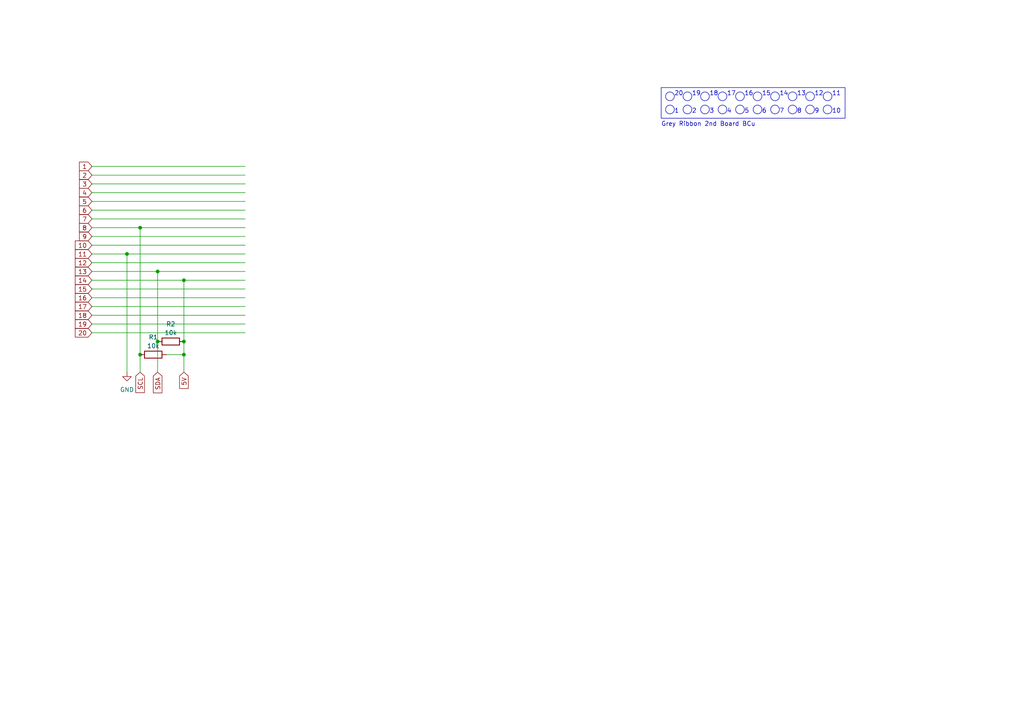
<source format=kicad_sch>
(kicad_sch (version 20230121) (generator eeschema)

  (uuid 8734d66e-edbc-445a-96ec-df272cd91305)

  (paper "A4")

  (lib_symbols
    (symbol "Device:R" (pin_numbers hide) (pin_names (offset 0)) (in_bom yes) (on_board yes)
      (property "Reference" "R" (at 2.032 0 90)
        (effects (font (size 1.27 1.27)))
      )
      (property "Value" "R" (at 0 0 90)
        (effects (font (size 1.27 1.27)))
      )
      (property "Footprint" "" (at -1.778 0 90)
        (effects (font (size 1.27 1.27)) hide)
      )
      (property "Datasheet" "~" (at 0 0 0)
        (effects (font (size 1.27 1.27)) hide)
      )
      (property "ki_keywords" "R res resistor" (at 0 0 0)
        (effects (font (size 1.27 1.27)) hide)
      )
      (property "ki_description" "Resistor" (at 0 0 0)
        (effects (font (size 1.27 1.27)) hide)
      )
      (property "ki_fp_filters" "R_*" (at 0 0 0)
        (effects (font (size 1.27 1.27)) hide)
      )
      (symbol "R_0_1"
        (rectangle (start -1.016 -2.54) (end 1.016 2.54)
          (stroke (width 0.254) (type default))
          (fill (type none))
        )
      )
      (symbol "R_1_1"
        (pin passive line (at 0 3.81 270) (length 1.27)
          (name "~" (effects (font (size 1.27 1.27))))
          (number "1" (effects (font (size 1.27 1.27))))
        )
        (pin passive line (at 0 -3.81 90) (length 1.27)
          (name "~" (effects (font (size 1.27 1.27))))
          (number "2" (effects (font (size 1.27 1.27))))
        )
      )
    )
    (symbol "power:GND" (power) (pin_names (offset 0)) (in_bom yes) (on_board yes)
      (property "Reference" "#PWR" (at 0 -6.35 0)
        (effects (font (size 1.27 1.27)) hide)
      )
      (property "Value" "GND" (at 0 -3.81 0)
        (effects (font (size 1.27 1.27)))
      )
      (property "Footprint" "" (at 0 0 0)
        (effects (font (size 1.27 1.27)) hide)
      )
      (property "Datasheet" "" (at 0 0 0)
        (effects (font (size 1.27 1.27)) hide)
      )
      (property "ki_keywords" "global power" (at 0 0 0)
        (effects (font (size 1.27 1.27)) hide)
      )
      (property "ki_description" "Power symbol creates a global label with name \"GND\" , ground" (at 0 0 0)
        (effects (font (size 1.27 1.27)) hide)
      )
      (symbol "GND_0_1"
        (polyline
          (pts
            (xy 0 0)
            (xy 0 -1.27)
            (xy 1.27 -1.27)
            (xy 0 -2.54)
            (xy -1.27 -1.27)
            (xy 0 -1.27)
          )
          (stroke (width 0) (type default))
          (fill (type none))
        )
      )
      (symbol "GND_1_1"
        (pin power_in line (at 0 0 270) (length 0) hide
          (name "GND" (effects (font (size 1.27 1.27))))
          (number "1" (effects (font (size 1.27 1.27))))
        )
      )
    )
  )

  (junction (at 53.34 99.06) (diameter 0) (color 0 0 0 0)
    (uuid 149e90ae-4584-42b0-9465-f14cdbbebd35)
  )
  (junction (at 53.34 102.87) (diameter 0) (color 0 0 0 0)
    (uuid 1ce87aba-8c96-43d7-aef8-7a275bdb7cf9)
  )
  (junction (at 36.83 73.66) (diameter 0) (color 0 0 0 0)
    (uuid 3d360138-05b4-4662-b56b-390ee9d0f81d)
  )
  (junction (at 53.34 81.28) (diameter 0) (color 0 0 0 0)
    (uuid 9717c9ea-ce8a-451a-8a73-71b3fcbf7410)
  )
  (junction (at 45.72 78.74) (diameter 0) (color 0 0 0 0)
    (uuid 9b004ea6-68ec-4f87-9af0-23ac2fe7c122)
  )
  (junction (at 40.64 66.04) (diameter 0) (color 0 0 0 0)
    (uuid ab8db771-447d-4435-990c-448acf8d6417)
  )
  (junction (at 40.64 102.87) (diameter 0) (color 0 0 0 0)
    (uuid cf0ca37b-0bc6-4e44-8775-43b48900ce62)
  )
  (junction (at 45.72 99.06) (diameter 0) (color 0 0 0 0)
    (uuid cf4aac2a-da7d-4f47-826b-b2596c53853b)
  )

  (wire (pts (xy 26.67 55.88) (xy 71.12 55.88))
    (stroke (width 0) (type default))
    (uuid 0374acbe-c803-4c0d-96c3-54dbc9eefc4d)
  )
  (wire (pts (xy 26.67 76.2) (xy 71.12 76.2))
    (stroke (width 0) (type default))
    (uuid 0ce533c2-50a8-47cd-9759-2b68aa800228)
  )
  (wire (pts (xy 26.67 48.26) (xy 71.12 48.26))
    (stroke (width 0) (type default))
    (uuid 0d056abd-fce6-4263-9196-d9ee9ac0333f)
  )
  (wire (pts (xy 26.67 66.04) (xy 40.64 66.04))
    (stroke (width 0) (type default))
    (uuid 16d88a88-8b9a-4b5d-98d3-c376da4d42d2)
  )
  (wire (pts (xy 53.34 81.28) (xy 53.34 99.06))
    (stroke (width 0) (type default))
    (uuid 1d0199e3-74ba-4397-be19-276efefd6391)
  )
  (wire (pts (xy 45.72 78.74) (xy 71.12 78.74))
    (stroke (width 0) (type default))
    (uuid 2257c5fc-af91-4b57-b076-9ebe7f657e0c)
  )
  (wire (pts (xy 26.67 83.82) (xy 71.12 83.82))
    (stroke (width 0) (type default))
    (uuid 27c51403-8f03-40f1-86e6-efba7bf65082)
  )
  (wire (pts (xy 26.67 91.44) (xy 71.12 91.44))
    (stroke (width 0) (type default))
    (uuid 2c2f4fe1-6c59-460e-b3d7-be095d74fb40)
  )
  (wire (pts (xy 53.34 81.28) (xy 71.12 81.28))
    (stroke (width 0) (type default))
    (uuid 2f23491c-d4b7-41bd-8781-204bf48ee946)
  )
  (wire (pts (xy 26.67 96.52) (xy 71.12 96.52))
    (stroke (width 0) (type default))
    (uuid 41ba080f-3501-4ded-9b6a-8fafeca84eb5)
  )
  (wire (pts (xy 40.64 102.87) (xy 40.64 107.95))
    (stroke (width 0) (type default))
    (uuid 4be7bf1a-878a-4a92-b1fc-5094d127fb71)
  )
  (wire (pts (xy 26.67 78.74) (xy 45.72 78.74))
    (stroke (width 0) (type default))
    (uuid 4d344619-96e7-46bb-ae11-9f27f7ffb8fb)
  )
  (wire (pts (xy 26.67 53.34) (xy 71.12 53.34))
    (stroke (width 0) (type default))
    (uuid 5db7318d-f668-4c2f-aa38-12c42a31053b)
  )
  (wire (pts (xy 26.67 68.58) (xy 71.12 68.58))
    (stroke (width 0) (type default))
    (uuid 7834d522-214a-41e2-b832-5b2badb59717)
  )
  (wire (pts (xy 45.72 78.74) (xy 45.72 99.06))
    (stroke (width 0) (type default))
    (uuid 7baea28a-7846-4c6b-9e5a-0fe56c2218be)
  )
  (wire (pts (xy 40.64 66.04) (xy 71.12 66.04))
    (stroke (width 0) (type default))
    (uuid 7da61465-8a7f-4506-bd79-be5bb07c2b6f)
  )
  (wire (pts (xy 36.83 73.66) (xy 71.12 73.66))
    (stroke (width 0) (type default))
    (uuid 8224b632-595e-45a6-9a39-4f19bd3fab5a)
  )
  (wire (pts (xy 26.67 81.28) (xy 53.34 81.28))
    (stroke (width 0) (type default))
    (uuid 83810111-991f-42c5-a0f2-4eb32e05eb9c)
  )
  (wire (pts (xy 53.34 99.06) (xy 53.34 102.87))
    (stroke (width 0) (type default))
    (uuid 91eea4cc-c4f5-4dc8-9970-8edc0cd3d073)
  )
  (wire (pts (xy 26.67 63.5) (xy 71.12 63.5))
    (stroke (width 0) (type default))
    (uuid ad5e8518-8c5c-4dd0-aa18-c56fd8956881)
  )
  (wire (pts (xy 48.26 102.87) (xy 53.34 102.87))
    (stroke (width 0) (type default))
    (uuid b2fae354-1fb3-4f6a-b121-4661dd748aac)
  )
  (wire (pts (xy 26.67 86.36) (xy 71.12 86.36))
    (stroke (width 0) (type default))
    (uuid b32da8c5-358e-4ec3-b859-2722089ac77e)
  )
  (wire (pts (xy 26.67 71.12) (xy 71.12 71.12))
    (stroke (width 0) (type default))
    (uuid bea0227f-d76f-4753-af1b-4f115e3e637f)
  )
  (wire (pts (xy 36.83 73.66) (xy 36.83 107.95))
    (stroke (width 0) (type default))
    (uuid bf0b7f2e-87c9-4328-8be8-5a21bc25c572)
  )
  (wire (pts (xy 40.64 66.04) (xy 40.64 102.87))
    (stroke (width 0) (type default))
    (uuid bf1c3abb-18b5-4ca9-b974-8a9f9d5405a9)
  )
  (wire (pts (xy 26.67 73.66) (xy 36.83 73.66))
    (stroke (width 0) (type default))
    (uuid ceb5fc1e-9f5e-4588-8649-34e03c2b0b3a)
  )
  (wire (pts (xy 26.67 93.98) (xy 71.12 93.98))
    (stroke (width 0) (type default))
    (uuid d1f1236e-fffc-4769-b515-8d6b12a01e74)
  )
  (wire (pts (xy 26.67 50.8) (xy 71.12 50.8))
    (stroke (width 0) (type default))
    (uuid d217fe1f-cfe5-4a4f-9e31-25cec7cf00bf)
  )
  (wire (pts (xy 26.67 60.96) (xy 71.12 60.96))
    (stroke (width 0) (type default))
    (uuid d34a99a8-5ad4-4f2a-a407-c43629ead09d)
  )
  (wire (pts (xy 26.67 58.42) (xy 71.12 58.42))
    (stroke (width 0) (type default))
    (uuid e24efe60-844c-4b4b-b778-9d4399ac458c)
  )
  (wire (pts (xy 53.34 102.87) (xy 53.34 107.95))
    (stroke (width 0) (type default))
    (uuid eeabddc1-eedc-46b0-8e54-4c4486afcd7c)
  )
  (wire (pts (xy 45.72 99.06) (xy 45.72 107.95))
    (stroke (width 0) (type default))
    (uuid f18b09a9-d306-4744-9120-af3829f7b2c7)
  )
  (wire (pts (xy 26.67 88.9) (xy 71.12 88.9))
    (stroke (width 0) (type default))
    (uuid f9900cb8-c886-49a5-a5c5-5ea509ef8d33)
  )

  (circle (center 214.63 31.75) (radius 1.27)
    (stroke (width 0) (type default))
    (fill (type none))
    (uuid 05c6605f-256e-4f32-8040-09f20be3df32)
  )
  (circle (center 240.03 31.75) (radius 1.27)
    (stroke (width 0) (type default))
    (fill (type none))
    (uuid 0d3789ff-7115-4a04-9002-8abeb54e3a1c)
  )
  (circle (center 209.55 27.94) (radius 1.27)
    (stroke (width 0) (type default))
    (fill (type none))
    (uuid 190e131e-e2b6-46a4-8915-168b347611de)
  )
  (circle (center 229.87 31.75) (radius 1.27)
    (stroke (width 0) (type default))
    (fill (type none))
    (uuid 1ad9e583-4394-4ac7-86b8-55a9ec0bd9bf)
  )
  (circle (center 234.95 27.94) (radius 1.27)
    (stroke (width 0) (type default))
    (fill (type none))
    (uuid 21647924-a3ee-46a0-af10-d01b6b65e08a)
  )
  (circle (center 229.87 27.94) (radius 1.27)
    (stroke (width 0) (type default))
    (fill (type none))
    (uuid 315782c9-e341-43af-8783-db78fd04e23b)
  )
  (circle (center 224.79 27.94) (radius 1.27)
    (stroke (width 0) (type default))
    (fill (type none))
    (uuid 34505af1-801a-44eb-b534-80414c3d89d7)
  )
  (rectangle (start 191.77 25.4) (end 245.11 34.29)
    (stroke (width 0) (type default))
    (fill (type none))
    (uuid 375f9618-9775-48dc-aea2-ac54e9f23204)
  )
  (circle (center 224.79 31.75) (radius 1.27)
    (stroke (width 0) (type default))
    (fill (type none))
    (uuid 558de1ae-d4ec-4bee-a1bb-b6bf01d44448)
  )
  (circle (center 204.47 31.75) (radius 1.27)
    (stroke (width 0) (type default))
    (fill (type none))
    (uuid 5c66f970-be13-4056-a8f9-3b884dc842b4)
  )
  (circle (center 199.39 31.75) (radius 1.27)
    (stroke (width 0) (type default))
    (fill (type none))
    (uuid 5cfb9661-4e2b-46b1-881f-ca240684f969)
  )
  (circle (center 194.31 27.94) (radius 1.27)
    (stroke (width 0) (type default))
    (fill (type none))
    (uuid 69bca664-d46c-4821-a376-74b9d6ed1d59)
  )
  (circle (center 199.39 27.94) (radius 1.27)
    (stroke (width 0) (type default))
    (fill (type none))
    (uuid 76393719-d1e5-491c-b62b-654a98e0d21e)
  )
  (circle (center 194.31 31.75) (radius 1.27)
    (stroke (width 0) (type default))
    (fill (type none))
    (uuid 7e6cd147-ccef-42fe-8473-af244fa5bc81)
  )
  (circle (center 219.71 31.75) (radius 1.27)
    (stroke (width 0) (type default))
    (fill (type none))
    (uuid 8be7106d-5b3e-4a2a-a76b-14ddd2092edf)
  )
  (circle (center 219.71 27.94) (radius 1.27)
    (stroke (width 0) (type default))
    (fill (type none))
    (uuid 93aa7468-2549-4e18-9d4d-29e34b7e5e04)
  )
  (circle (center 209.55 31.75) (radius 1.27)
    (stroke (width 0) (type default))
    (fill (type none))
    (uuid 9fee0c32-3124-48bc-9a62-e0a36de43294)
  )
  (circle (center 234.95 31.75) (radius 1.27)
    (stroke (width 0) (type default))
    (fill (type none))
    (uuid a022ac62-7357-4469-af92-d02ada4eb74b)
  )
  (circle (center 214.63 27.94) (radius 1.27)
    (stroke (width 0) (type default))
    (fill (type none))
    (uuid d7c7c071-cce5-44f2-a0e1-8f002599be7a)
  )
  (circle (center 240.03 27.94) (radius 1.27)
    (stroke (width 0) (type default))
    (fill (type none))
    (uuid e6e6b194-46a8-4213-8c10-6b94500f4d18)
  )
  (circle (center 204.47 27.94) (radius 1.27)
    (stroke (width 0) (type default))
    (fill (type none))
    (uuid e97e4340-2d13-4bc7-ab26-3f1b29b66505)
  )

  (text "7" (at 226.06 33.02 0)
    (effects (font (size 1.27 1.27)) (justify left bottom))
    (uuid 0a77fda1-110f-4a02-8b35-dea72e67ea12)
  )
  (text "18" (at 205.74 27.94 0)
    (effects (font (size 1.27 1.27)) (justify left bottom))
    (uuid 0d358d3a-b4bf-45b5-8d03-37cc0528533b)
  )
  (text "13" (at 231.14 27.94 0)
    (effects (font (size 1.27 1.27)) (justify left bottom))
    (uuid 0deb9f7d-5563-4cbb-95d1-b938d51062f0)
  )
  (text "10" (at 241.3 33.02 0)
    (effects (font (size 1.27 1.27)) (justify left bottom))
    (uuid 44f6d789-3cf4-46d0-8836-2bf0cf05e588)
  )
  (text "20" (at 195.58 27.94 0)
    (effects (font (size 1.27 1.27)) (justify left bottom))
    (uuid 51c12034-ab1c-4a27-9c20-a5ccb4ff52bd)
  )
  (text "Grey Ribbon 2nd Board BCu" (at 191.77 36.83 0)
    (effects (font (size 1.27 1.27)) (justify left bottom))
    (uuid 535362a6-282b-49e8-a2e0-58f8824a8bcf)
  )
  (text "14" (at 226.06 27.94 0)
    (effects (font (size 1.27 1.27)) (justify left bottom))
    (uuid 62339ea0-e589-49c0-b7be-6fbb105c86c2)
  )
  (text "15" (at 220.98 27.94 0)
    (effects (font (size 1.27 1.27)) (justify left bottom))
    (uuid 6eb2ca4d-5920-4fd1-8162-9c7e2078a7b4)
  )
  (text "17" (at 210.82 27.94 0)
    (effects (font (size 1.27 1.27)) (justify left bottom))
    (uuid 757816f1-8706-4974-abe6-73d952864a02)
  )
  (text "16" (at 215.9 27.94 0)
    (effects (font (size 1.27 1.27)) (justify left bottom))
    (uuid 767919aa-b4b9-4fa8-9dfd-e50a6a50dd1a)
  )
  (text "3" (at 205.74 33.02 0)
    (effects (font (size 1.27 1.27)) (justify left bottom))
    (uuid 79c79a07-a27f-4aca-9c8c-bc94ed266da7)
  )
  (text "6" (at 220.98 33.02 0)
    (effects (font (size 1.27 1.27)) (justify left bottom))
    (uuid 999a3f76-c313-460d-8a82-8539eb03cdd8)
  )
  (text "8" (at 231.14 33.02 0)
    (effects (font (size 1.27 1.27)) (justify left bottom))
    (uuid a06bdfb3-a799-4025-874e-0e9215061d43)
  )
  (text "12" (at 236.22 27.94 0)
    (effects (font (size 1.27 1.27)) (justify left bottom))
    (uuid aa3ca64b-d4f0-4d04-b8c8-60472b88b26c)
  )
  (text "11" (at 241.3 27.94 0)
    (effects (font (size 1.27 1.27)) (justify left bottom))
    (uuid c47561b9-ea14-4420-b2ac-3dda4000c9a0)
  )
  (text "1" (at 195.58 33.02 0)
    (effects (font (size 1.27 1.27)) (justify left bottom))
    (uuid d0f77243-d40d-49b4-8de3-54e7387007c7)
  )
  (text "19" (at 200.66 27.94 0)
    (effects (font (size 1.27 1.27)) (justify left bottom))
    (uuid deaff3fd-bd11-4cfa-8eb2-b0c3db95d23f)
  )
  (text "9" (at 236.22 33.02 0)
    (effects (font (size 1.27 1.27)) (justify left bottom))
    (uuid e48105fc-4aef-401a-9bc8-3e2a47ac14fb)
  )
  (text "4" (at 210.82 33.02 0)
    (effects (font (size 1.27 1.27)) (justify left bottom))
    (uuid e69d7703-d401-4d2e-85c0-77b8213fbcf2)
  )
  (text "2" (at 200.66 33.02 0)
    (effects (font (size 1.27 1.27)) (justify left bottom))
    (uuid eb116411-f3ba-4b46-abeb-42eb8b1abe3d)
  )
  (text "5" (at 215.9 33.02 0)
    (effects (font (size 1.27 1.27)) (justify left bottom))
    (uuid f0219c2f-feca-4489-8b8a-0ac27966cc82)
  )

  (global_label "5V" (shape input) (at 53.34 107.95 270) (fields_autoplaced)
    (effects (font (size 1.27 1.27)) (justify right))
    (uuid 152e1255-487d-48b8-ba98-4b057fa4cb2b)
    (property "Intersheetrefs" "${INTERSHEET_REFS}" (at 53.34 113.1539 90)
      (effects (font (size 1.27 1.27)) (justify right) hide)
    )
  )
  (global_label "13" (shape input) (at 26.67 78.74 180) (fields_autoplaced)
    (effects (font (size 1.27 1.27)) (justify right))
    (uuid 1577a8ac-0e6e-43ad-bc6e-2affa2b055b7)
    (property "Intersheetrefs" "${INTERSHEET_REFS}" (at 21.3452 78.74 0)
      (effects (font (size 1.27 1.27)) (justify right) hide)
    )
  )
  (global_label "20" (shape input) (at 26.67 96.52 180) (fields_autoplaced)
    (effects (font (size 1.27 1.27)) (justify right))
    (uuid 38eb9864-7f36-4291-b8cf-e51ef04e80ff)
    (property "Intersheetrefs" "${INTERSHEET_REFS}" (at 21.3452 96.52 0)
      (effects (font (size 1.27 1.27)) (justify right) hide)
    )
  )
  (global_label "18" (shape input) (at 26.67 91.44 180) (fields_autoplaced)
    (effects (font (size 1.27 1.27)) (justify right))
    (uuid 3ae92ecb-5274-4846-844c-cfdcfc86c8f2)
    (property "Intersheetrefs" "${INTERSHEET_REFS}" (at 21.3452 91.44 0)
      (effects (font (size 1.27 1.27)) (justify right) hide)
    )
  )
  (global_label "SCL" (shape input) (at 40.64 107.95 270) (fields_autoplaced)
    (effects (font (size 1.27 1.27)) (justify right))
    (uuid 3ec10fbd-adc0-4d2b-baeb-dcf6c90a8bb0)
    (property "Intersheetrefs" "${INTERSHEET_REFS}" (at 40.64 114.3634 90)
      (effects (font (size 1.27 1.27)) (justify right) hide)
    )
  )
  (global_label "16" (shape input) (at 26.67 86.36 180) (fields_autoplaced)
    (effects (font (size 1.27 1.27)) (justify right))
    (uuid 514a6fae-e6b6-41cc-807e-cb56c2634d08)
    (property "Intersheetrefs" "${INTERSHEET_REFS}" (at 21.3452 86.36 0)
      (effects (font (size 1.27 1.27)) (justify right) hide)
    )
  )
  (global_label "19" (shape input) (at 26.67 93.98 180) (fields_autoplaced)
    (effects (font (size 1.27 1.27)) (justify right))
    (uuid 53d28d8f-6d02-472a-a041-7b54a07e5fc7)
    (property "Intersheetrefs" "${INTERSHEET_REFS}" (at 21.3452 93.98 0)
      (effects (font (size 1.27 1.27)) (justify right) hide)
    )
  )
  (global_label "3" (shape input) (at 26.67 53.34 180) (fields_autoplaced)
    (effects (font (size 1.27 1.27)) (justify right))
    (uuid 546f8134-ade6-448c-8c71-4cf4e794e740)
    (property "Intersheetrefs" "${INTERSHEET_REFS}" (at 22.5547 53.34 0)
      (effects (font (size 1.27 1.27)) (justify right) hide)
    )
  )
  (global_label "11" (shape input) (at 26.67 73.66 180) (fields_autoplaced)
    (effects (font (size 1.27 1.27)) (justify right))
    (uuid 555629b3-e030-4549-870a-6a88df469b6c)
    (property "Intersheetrefs" "${INTERSHEET_REFS}" (at 21.3452 73.66 0)
      (effects (font (size 1.27 1.27)) (justify right) hide)
    )
  )
  (global_label "12" (shape input) (at 26.67 76.2 180) (fields_autoplaced)
    (effects (font (size 1.27 1.27)) (justify right))
    (uuid 5bd83e4c-b187-4ac6-8dd1-d17a8b3fff6a)
    (property "Intersheetrefs" "${INTERSHEET_REFS}" (at 21.3452 76.2 0)
      (effects (font (size 1.27 1.27)) (justify right) hide)
    )
  )
  (global_label "9" (shape input) (at 26.67 68.58 180) (fields_autoplaced)
    (effects (font (size 1.27 1.27)) (justify right))
    (uuid 72777627-164e-41a9-b17c-c25e8db2c8a2)
    (property "Intersheetrefs" "${INTERSHEET_REFS}" (at 22.5547 68.58 0)
      (effects (font (size 1.27 1.27)) (justify right) hide)
    )
  )
  (global_label "1" (shape input) (at 26.67 48.26 180) (fields_autoplaced)
    (effects (font (size 1.27 1.27)) (justify right))
    (uuid 8521788c-c8e2-43ef-b59a-aabe03de04cc)
    (property "Intersheetrefs" "${INTERSHEET_REFS}" (at 22.5547 48.26 0)
      (effects (font (size 1.27 1.27)) (justify right) hide)
    )
  )
  (global_label "7" (shape input) (at 26.67 63.5 180) (fields_autoplaced)
    (effects (font (size 1.27 1.27)) (justify right))
    (uuid 861c6727-e749-48d9-8fd9-61a0da0f76f0)
    (property "Intersheetrefs" "${INTERSHEET_REFS}" (at 22.5547 63.5 0)
      (effects (font (size 1.27 1.27)) (justify right) hide)
    )
  )
  (global_label "10" (shape input) (at 26.67 71.12 180) (fields_autoplaced)
    (effects (font (size 1.27 1.27)) (justify right))
    (uuid 9498d39f-bd7e-4f87-838d-2eb35e447ec7)
    (property "Intersheetrefs" "${INTERSHEET_REFS}" (at 21.3452 71.12 0)
      (effects (font (size 1.27 1.27)) (justify right) hide)
    )
  )
  (global_label "8" (shape input) (at 26.67 66.04 180) (fields_autoplaced)
    (effects (font (size 1.27 1.27)) (justify right))
    (uuid a8f5efaa-8389-4b18-af09-6d7b76e7de39)
    (property "Intersheetrefs" "${INTERSHEET_REFS}" (at 22.5547 66.04 0)
      (effects (font (size 1.27 1.27)) (justify right) hide)
    )
  )
  (global_label "15" (shape input) (at 26.67 83.82 180) (fields_autoplaced)
    (effects (font (size 1.27 1.27)) (justify right))
    (uuid ac7384b5-2591-409c-90f1-9335ba931879)
    (property "Intersheetrefs" "${INTERSHEET_REFS}" (at 21.3452 83.82 0)
      (effects (font (size 1.27 1.27)) (justify right) hide)
    )
  )
  (global_label "5" (shape input) (at 26.67 58.42 180) (fields_autoplaced)
    (effects (font (size 1.27 1.27)) (justify right))
    (uuid b37fd749-d56a-4c58-a947-386e48aaf3d1)
    (property "Intersheetrefs" "${INTERSHEET_REFS}" (at 22.5547 58.42 0)
      (effects (font (size 1.27 1.27)) (justify right) hide)
    )
  )
  (global_label "17" (shape input) (at 26.67 88.9 180) (fields_autoplaced)
    (effects (font (size 1.27 1.27)) (justify right))
    (uuid b9ddd6a7-88b5-485e-8909-fc0e567d4d22)
    (property "Intersheetrefs" "${INTERSHEET_REFS}" (at 21.3452 88.9 0)
      (effects (font (size 1.27 1.27)) (justify right) hide)
    )
  )
  (global_label "4" (shape input) (at 26.67 55.88 180) (fields_autoplaced)
    (effects (font (size 1.27 1.27)) (justify right))
    (uuid c5e5ae7f-c776-4693-b9c2-c29ca6fc0024)
    (property "Intersheetrefs" "${INTERSHEET_REFS}" (at 22.5547 55.88 0)
      (effects (font (size 1.27 1.27)) (justify right) hide)
    )
  )
  (global_label "6" (shape input) (at 26.67 60.96 180) (fields_autoplaced)
    (effects (font (size 1.27 1.27)) (justify right))
    (uuid d8c1bc5b-f0a0-4c99-94ef-8dc6a8b358e7)
    (property "Intersheetrefs" "${INTERSHEET_REFS}" (at 22.5547 60.96 0)
      (effects (font (size 1.27 1.27)) (justify right) hide)
    )
  )
  (global_label "14" (shape input) (at 26.67 81.28 180) (fields_autoplaced)
    (effects (font (size 1.27 1.27)) (justify right))
    (uuid df78ba29-bbe4-468e-b271-d096de187c8e)
    (property "Intersheetrefs" "${INTERSHEET_REFS}" (at 21.3452 81.28 0)
      (effects (font (size 1.27 1.27)) (justify right) hide)
    )
  )
  (global_label "SDA" (shape input) (at 45.72 107.95 270) (fields_autoplaced)
    (effects (font (size 1.27 1.27)) (justify right))
    (uuid e39cc377-bf55-456b-b90b-20aa6274e149)
    (property "Intersheetrefs" "${INTERSHEET_REFS}" (at 45.72 114.4239 90)
      (effects (font (size 1.27 1.27)) (justify right) hide)
    )
  )
  (global_label "2" (shape input) (at 26.67 50.8 180) (fields_autoplaced)
    (effects (font (size 1.27 1.27)) (justify right))
    (uuid f7b3d3ee-5bfa-435c-b170-ab3bd57d84bb)
    (property "Intersheetrefs" "${INTERSHEET_REFS}" (at 22.5547 50.8 0)
      (effects (font (size 1.27 1.27)) (justify right) hide)
    )
  )

  (symbol (lib_id "Device:R") (at 49.53 99.06 270) (unit 1)
    (in_bom yes) (on_board yes) (dnp no) (fields_autoplaced)
    (uuid 77a12fc8-b4a9-47b7-81e1-c96bdc89628d)
    (property "Reference" "R27" (at 49.53 93.98 90)
      (effects (font (size 1.27 1.27)))
    )
    (property "Value" "10k" (at 49.53 96.52 90)
      (effects (font (size 1.27 1.27)))
    )
    (property "Footprint" "" (at 49.53 97.282 90)
      (effects (font (size 1.27 1.27)) hide)
    )
    (property "Datasheet" "~" (at 49.53 99.06 0)
      (effects (font (size 1.27 1.27)) hide)
    )
    (pin "1" (uuid b81a15f3-94dd-4b64-934d-c901a11ca695))
    (pin "2" (uuid 0b220a29-b7c5-4c76-8335-a43711c34dd1))
    (instances
      (project "piJagClim_existing_module"
        (path "/15ba0b6f-ce37-4e7a-a694-a02d5e823ba5/6b0fe165-f690-4fdc-9fc2-5f1562b3b80a"
          (reference "R27") (unit 1)
        )
      )
      (project "Ribbon_pinout"
        (path "/8734d66e-edbc-445a-96ec-df272cd91305"
          (reference "R2") (unit 1)
        )
      )
    )
  )

  (symbol (lib_id "Device:R") (at 44.45 102.87 270) (unit 1)
    (in_bom yes) (on_board yes) (dnp no) (fields_autoplaced)
    (uuid e691ec57-5ccd-403c-9070-17fe5ee3dbf8)
    (property "Reference" "R27" (at 44.45 97.79 90)
      (effects (font (size 1.27 1.27)))
    )
    (property "Value" "10k" (at 44.45 100.33 90)
      (effects (font (size 1.27 1.27)))
    )
    (property "Footprint" "" (at 44.45 101.092 90)
      (effects (font (size 1.27 1.27)) hide)
    )
    (property "Datasheet" "~" (at 44.45 102.87 0)
      (effects (font (size 1.27 1.27)) hide)
    )
    (pin "1" (uuid e06f572d-8380-4439-9568-baebfbc0f00e))
    (pin "2" (uuid 613d7a37-e896-41d1-847a-ac08b9aa83e9))
    (instances
      (project "piJagClim_existing_module"
        (path "/15ba0b6f-ce37-4e7a-a694-a02d5e823ba5/6b0fe165-f690-4fdc-9fc2-5f1562b3b80a"
          (reference "R27") (unit 1)
        )
      )
      (project "Ribbon_pinout"
        (path "/8734d66e-edbc-445a-96ec-df272cd91305"
          (reference "R1") (unit 1)
        )
      )
    )
  )

  (symbol (lib_id "power:GND") (at 36.83 107.95 0) (unit 1)
    (in_bom yes) (on_board yes) (dnp no) (fields_autoplaced)
    (uuid ea7ecf5b-ff84-4768-b8d8-0e07cd3b0e7f)
    (property "Reference" "#PWR010" (at 36.83 114.3 0)
      (effects (font (size 1.27 1.27)) hide)
    )
    (property "Value" "GND" (at 36.83 113.03 0)
      (effects (font (size 1.27 1.27)))
    )
    (property "Footprint" "" (at 36.83 107.95 0)
      (effects (font (size 1.27 1.27)) hide)
    )
    (property "Datasheet" "" (at 36.83 107.95 0)
      (effects (font (size 1.27 1.27)) hide)
    )
    (pin "1" (uuid 5cc3d5f9-ad0c-498e-a894-45199f95ec06))
    (instances
      (project "piJagClim_existing_module"
        (path "/15ba0b6f-ce37-4e7a-a694-a02d5e823ba5/6b0fe165-f690-4fdc-9fc2-5f1562b3b80a"
          (reference "#PWR010") (unit 1)
        )
      )
      (project "Ribbon_pinout"
        (path "/8734d66e-edbc-445a-96ec-df272cd91305"
          (reference "#PWR011") (unit 1)
        )
      )
    )
  )

  (sheet_instances
    (path "/" (page "1"))
  )
)

</source>
